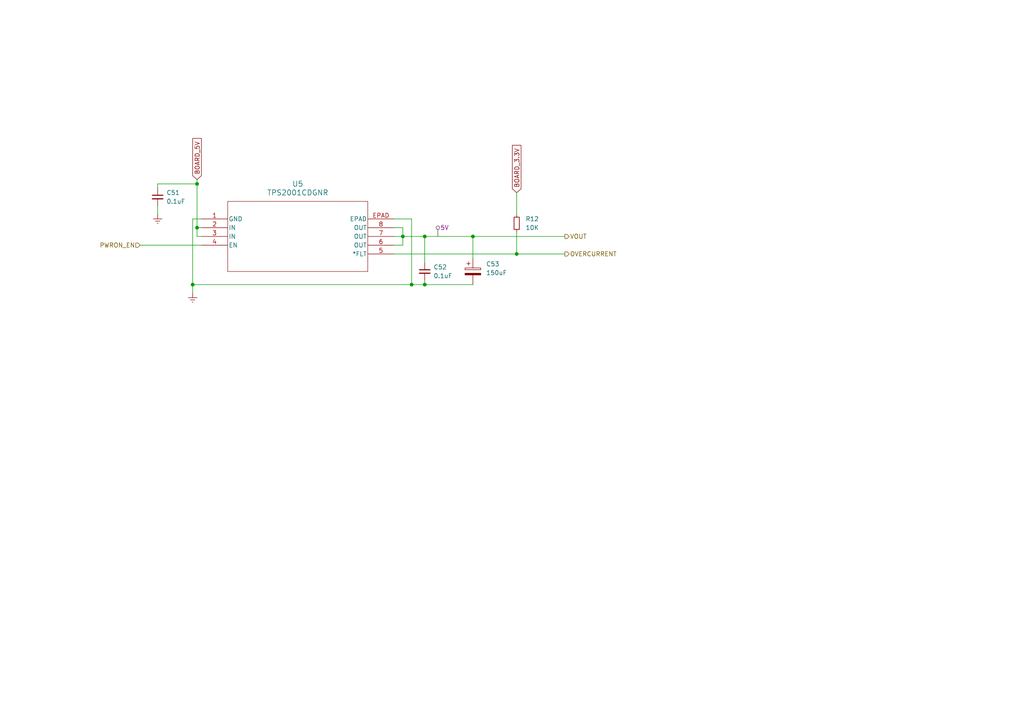
<source format=kicad_sch>
(kicad_sch (version 20250114) (generator "eeschema") (generator_version "9.0")
  (paper "A4")
  (lib_symbols
    (symbol "Device:C_Polarized" (pin_numbers (hide yes)) (pin_names (offset 0.254))
      (property "Reference" "C" (at 0.635 2.54 0))
      (property "Value" "C_Polarized" (at 0.635 -2.54 0))
      (symbol "C_Polarized_0_1"
        (rectangle (start -2.286 0.508) (end 2.286 1.016))
        (polyline (pts (xy -1.778 2.286) (xy -0.762 2.286)))
        (polyline (pts (xy -1.27 2.794) (xy -1.27 1.778)))
        (rectangle (start 2.286 -0.508) (end -2.286 -1.016) (fill (type outline)))
      )
      (symbol "C_Polarized_1_1"
        (pin passive line (at 0 3.81 270) (length 2.794) (name "~") (number "1"))
        (pin passive line (at 0 -3.81 90) (length 2.794) (name "~") (number "2"))
      )
    )
    (symbol "Device:C_Small" (pin_numbers (hide yes)) (pin_names (offset 0.254) (hide yes))
      (property "Reference" "C" (at 0.254 1.778 0))
      (property "Value" "C_Small" (at 0.254 -2.032 0))
      (symbol "C_Small_0_1"
        (polyline (pts (xy -1.524 0.508) (xy 1.524 0.508)) (stroke (width 0.3048)))
        (polyline (pts (xy -1.524 -0.508) (xy 1.524 -0.508)) (stroke (width 0.3302)))
      )
      (symbol "C_Small_1_1"
        (pin passive line (at 0 2.54 270) (length 2.032) (name "~") (number "1"))
        (pin passive line (at 0 -2.54 90) (length 2.032) (name "~") (number "2"))
      )
    )
    (symbol "Device:R_Small" (pin_numbers (hide yes)) (pin_names (offset 0.254) (hide yes))
      (property "Reference" "R" (at 0 0 90))
      (property "Value" "R_Small" (at 1.778 0 90))
      (symbol "R_Small_0_1"
        (rectangle (start -0.762 1.778) (end 0.762 -1.778) (stroke (width 0.2032)))
      )
      (symbol "R_Small_1_1"
        (pin passive line (at 0 2.54 270) (length 0.762) (name "~") (number "1"))
        (pin passive line (at 0 -2.54 90) (length 0.762) (name "~") (number "2"))
      )
    )
    (symbol "my_global:TPS2001CDGNR" (pin_names (offset 0.254))
      (property "Reference" "U" (at 27.94 10.16 0))
      (property "Value" "TPS2001CDGNR" (at 27.94 7.62 0))
      (symbol "TPS2001CDGNR_0_1"
        (polyline (pts (xy 7.62 5.08) (xy 7.62 -15.24)) (stroke (width 0.127)))
        (polyline (pts (xy 7.62 -15.24) (xy 48.26 -15.24)) (stroke (width 0.127)))
        (polyline (pts (xy 48.26 5.08) (xy 7.62 5.08)) (stroke (width 0.127)))
        (polyline (pts (xy 48.26 -15.24) (xy 48.26 5.08)) (stroke (width 0.127)))
        (pin power_in line (at 0 0 0) (length 7.62) (name "GND") (number "1"))
        (pin input line (at 0 -2.54 0) (length 7.62) (name "IN") (number "2"))
        (pin input line (at 0 -5.08 0) (length 7.62) (name "IN") (number "3"))
        (pin input line (at 0 -7.62 0) (length 7.62) (name "EN") (number "4"))
        (pin passive line (at 55.88 0 180) (length 7.62) (name "EPAD") (number "EPAD"))
        (pin output line (at 55.88 -2.54 180) (length 7.62) (name "OUT") (number "8"))
        (pin output line (at 55.88 -5.08 180) (length 7.62) (name "OUT") (number "7"))
        (pin output line (at 55.88 -7.62 180) (length 7.62) (name "OUT") (number "6"))
        (pin output line (at 55.88 -10.16 180) (length 7.62) (name "*FLT") (number "5"))
      )
    )
    (symbol "power:Earth" (power) (pin_numbers (hide yes)) (pin_names (offset 0) (hide yes))
      (property "Value" "Earth" (at 0 -3.81 0))
      (symbol "Earth_0_1"
        (polyline (pts (xy -0.635 -1.905) (xy 0.635 -1.905)))
        (polyline (pts (xy -0.127 -2.54) (xy 0.127 -2.54)))
        (polyline (pts (xy 0 -1.27) (xy 0 0)))
        (polyline (pts (xy 1.27 -1.27) (xy -1.27 -1.27)))
      )
      (symbol "Earth_1_1"
        (pin power_in line (at 0 0 270) (length 0) (name "~") (number "1"))
      )
    )
  )
  (junction (at 57.15 53.34))
  (junction (at 123.19 68.58))
  (junction (at 137.16 68.58))
  (junction (at 123.19 82.55))
  (junction (at 55.88 82.55))
  (junction (at 149.86 73.66))
  (junction (at 57.15 66.04))
  (junction (at 119.38 82.55))
  (junction (at 116.84 68.58))
  (wire (pts (xy 57.15 52.07) (xy 57.15 53.34)))
  (wire (pts (xy 119.38 63.5) (xy 119.38 82.55)))
  (wire (pts (xy 55.88 63.5) (xy 58.42 63.5)))
  (wire (pts (xy 149.86 67.31) (xy 149.86 73.66)))
  (wire (pts (xy 137.16 82.55) (xy 123.19 82.55)))
  (wire (pts (xy 57.15 53.34) (xy 45.72 53.34)))
  (wire (pts (xy 119.38 82.55) (xy 123.19 82.55)))
  (wire (pts (xy 114.3 63.5) (xy 119.38 63.5)))
  (wire (pts (xy 58.42 68.58) (xy 57.15 68.58)))
  (wire (pts (xy 137.16 68.58) (xy 163.83 68.58)))
  (wire (pts (xy 116.84 68.58) (xy 123.19 68.58)))
  (wire (pts (xy 45.72 53.34) (xy 45.72 54.61)))
  (wire (pts (xy 114.3 73.66) (xy 149.86 73.66)))
  (wire (pts (xy 57.15 53.34) (xy 57.15 66.04)))
  (wire (pts (xy 137.16 68.58) (xy 137.16 74.93)))
  (wire (pts (xy 57.15 68.58) (xy 57.15 66.04)))
  (wire (pts (xy 57.15 66.04) (xy 58.42 66.04)))
  (wire (pts (xy 114.3 71.12) (xy 116.84 71.12)))
  (wire (pts (xy 149.86 73.66) (xy 163.83 73.66)))
  (wire (pts (xy 123.19 68.58) (xy 123.19 76.2)))
  (wire (pts (xy 116.84 66.04) (xy 116.84 68.58)))
  (wire (pts (xy 55.88 82.55) (xy 55.88 85.09)))
  (wire (pts (xy 116.84 71.12) (xy 116.84 68.58)))
  (wire (pts (xy 55.88 63.5) (xy 55.88 82.55)))
  (wire (pts (xy 114.3 66.04) (xy 116.84 66.04)))
  (wire (pts (xy 149.86 55.88) (xy 149.86 62.23)))
  (wire (pts (xy 40.64 71.12) (xy 58.42 71.12)))
  (wire (pts (xy 45.72 59.69) (xy 45.72 62.23)))
  (wire (pts (xy 123.19 68.58) (xy 137.16 68.58)))
  (wire (pts (xy 123.19 81.28) (xy 123.19 82.55)))
  (wire (pts (xy 116.84 68.58) (xy 114.3 68.58)))
  (wire (pts (xy 55.88 82.55) (xy 119.38 82.55)))
  (global_label "BOARD_3.3V" (shape input) (at 149.86 55.88 90) (property "Intersheetrefs" "${INTERSHEET_REFS}" (effects (hide yes))))
  (global_label "BOARD_5V" (shape input) (at 57.15 52.07 90) (property "Intersheetrefs" "${INTERSHEET_REFS}" (effects (hide yes))))
  (hierarchical_label "PWRON_EN" (shape input) (at 40.64 71.12 180))
  (hierarchical_label "OVERCURRENT" (shape output) (at 163.83 73.66 0))
  (hierarchical_label "VOUT" (shape output) (at 163.83 68.58 0))
  (netclass_flag "" (length 2.54) (shape round) (at 127 68.58 0) (property "Netclass" "5V" (at 127.6985 66.04 0) (effects (justify left))))
  (symbol (lib_id "Device:C_Small") (at 123.19 78.74 0) (unit 1)
    (property "Reference" "C49" (at 125.73 77.4763 0) (effects (justify left)))
    (property "Value" "0.1uF" (at 125.73 80.0163 0) (effects (justify left)))
    (instances (project "DeskHub" (path "" (reference "C52") (unit 1)) (path "" (reference "C49") (unit 1)) (path "" (reference "C55") (unit 1)) (path "" (reference "C58") (unit 1))))
  )
  (symbol (lib_id "my_global:TPS2001CDGNR") (at 58.42 63.5 0) (unit 1)
    (property "Reference" "U4" (at 86.36 53.34 0) (effects (font (size 1.524 1.524))))
    (property "Value" "TPS2001CDGNR" (at 86.36 55.88 0) (effects (font (size 1.524 1.524))))
    (property "Footprint" "my_global:DGN8_1P89X1P57" (effects (hide yes)))
    (property "Datasheet" "https://www.ti.com/lit/ds/symlink/tps2001c.pdf?ts=1743440609763&ref_url=https%253A%252F%252Fwww.ti.com%252Fproduct%252FTPS2001C%252Fpart-details%252FTPS2001CDGNR" (effects (hide yes)))
    (instances (project "DeskHub" (path "" (reference "U5") (unit 1)) (path "" (reference "U4") (unit 1)) (path "" (reference "U6") (unit 1)) (path "" (reference "U7") (unit 1))))
  )
  (symbol (lib_id "Device:R_Small") (at 149.86 64.77 0) (unit 1)
    (property "Reference" "R11" (at 152.4 63.5 0) (effects (justify left)))
    (property "Value" "10K" (at 152.4 66.04 0) (effects (justify left)))
    (instances (project "DeskHub" (path "" (reference "R12") (unit 1)) (path "" (reference "R11") (unit 1)) (path "" (reference "R13") (unit 1)) (path "" (reference "R14") (unit 1))))
  )
  (symbol (lib_id "Device:C_Polarized") (at 137.16 78.74 0) (unit 1)
    (property "Reference" "C50" (at 140.97 76.581 0) (effects (justify left)))
    (property "Value" "150uF" (at 140.97 79.121 0) (effects (justify left)))
    (instances (project "DeskHub" (path "" (reference "C53") (unit 1)) (path "" (reference "C50") (unit 1)) (path "" (reference "C56") (unit 1)) (path "" (reference "C59") (unit 1))))
  )
  (symbol (lib_id "Device:C_Small") (at 45.72 57.15 0) (unit 1)
    (property "Reference" "C48" (at 48.26 55.8863 0) (effects (justify left)))
    (property "Value" "0.1uF" (at 48.26 58.4263 0) (effects (justify left)))
    (instances (project "DeskHub" (path "" (reference "C51") (unit 1)) (path "" (reference "C48") (unit 1)) (path "" (reference "C54") (unit 1)) (path "" (reference "C57") (unit 1))))
  )
  (symbol (lib_id "power:Earth") (at 55.88 85.09 0) (unit 1)
    (property "Reference" "#PWR020" (effects (hide yes)))
    (property "Value" "Earth" (effects (hide yes)))
    (instances (project "DeskHub" (path "" (reference "#PWR023") (unit 1)) (path "" (reference "#PWR020") (unit 1)) (path "" (reference "#PWR025") (unit 1)) (path "" (reference "#PWR027") (unit 1))))
  )
  (symbol (lib_id "power:Earth") (at 45.72 62.23 0) (unit 1)
    (property "Reference" "#PWR021" (effects (hide yes)))
    (property "Value" "Earth" (effects (hide yes)))
    (instances (project "DeskHub" (path "" (reference "#PWR022") (unit 1)) (path "" (reference "#PWR021") (unit 1)) (path "" (reference "#PWR024") (unit 1)) (path "" (reference "#PWR026") (unit 1))))
  )
)
</source>
